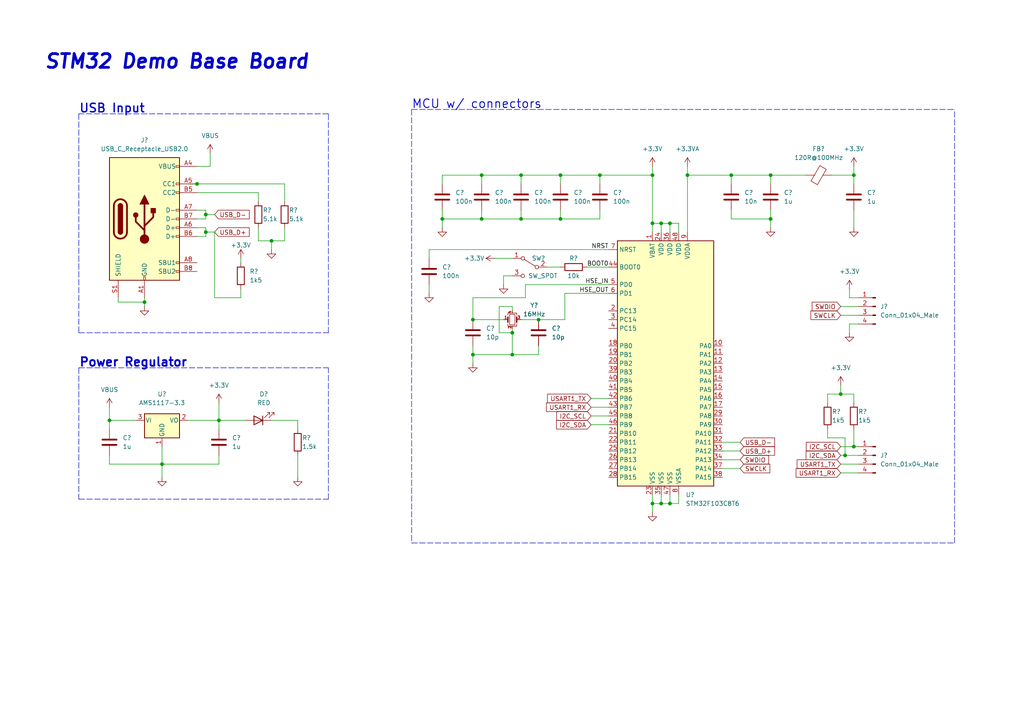
<source format=kicad_sch>
(kicad_sch (version 20211123) (generator eeschema)
  (paper "A4")
  (title_block (title "STM32 Demo Base Board") (date "2023-01-03") (rev "0.1"))
  (lib_symbols
    (symbol "Connector:Conn_01x04_Male" (pin_names (offset 1.016) hide)
      (property "Reference" "J" (at 0 5.08 0))
      (property "Value" "Conn_01x04_Male" (at 0 -7.62 0))
      (symbol "Conn_01x04_Male_1_1"
        (polyline (pts (xy 1.27 -5.08) (xy 0.8636 -5.08)) (stroke (width 0.1524)))
        (polyline (pts (xy 1.27 -2.54) (xy 0.8636 -2.54)) (stroke (width 0.1524)))
        (polyline (pts (xy 1.27 0) (xy 0.8636 0)) (stroke (width 0.1524)))
        (polyline (pts (xy 1.27 2.54) (xy 0.8636 2.54)) (stroke (width 0.1524)))
        (rectangle (start 0.8636 -4.953) (end 0 -5.207) (stroke (width 0.1524)) (fill (type outline)))
        (rectangle (start 0.8636 -2.413) (end 0 -2.667) (stroke (width 0.1524)) (fill (type outline)))
        (rectangle (start 0.8636 0.127) (end 0 -0.127) (stroke (width 0.1524)) (fill (type outline)))
        (rectangle (start 0.8636 2.667) (end 0 2.413) (stroke (width 0.1524)) (fill (type outline)))
        (pin passive line (at 5.08 2.54 180) (length 3.81) (name "Pin_1") (number "1"))
        (pin passive line (at 5.08 0 180) (length 3.81) (name "Pin_2") (number "2"))
        (pin passive line (at 5.08 -2.54 180) (length 3.81) (name "Pin_3") (number "3"))
        (pin passive line (at 5.08 -5.08 180) (length 3.81) (name "Pin_4") (number "4"))
      )
    )
    (symbol "Connector:USB_C_Receptacle_USB2.0" (pin_names (offset 1.016))
      (property "Reference" "J" (at -10.16 19.05 0))
      (property "Value" "USB_C_Receptacle_USB2.0" (at 19.05 19.05 0))
      (symbol "USB_C_Receptacle_USB2.0_0_0"
        (rectangle (start -0.254 -17.78) (end 0.254 -16.764))
        (rectangle (start 10.16 -14.986) (end 9.144 -15.494))
        (rectangle (start 10.16 -12.446) (end 9.144 -12.954))
        (rectangle (start 10.16 -4.826) (end 9.144 -5.334))
        (rectangle (start 10.16 -2.286) (end 9.144 -2.794))
        (rectangle (start 10.16 0.254) (end 9.144 -0.254))
        (rectangle (start 10.16 2.794) (end 9.144 2.286))
        (rectangle (start 10.16 7.874) (end 9.144 7.366))
        (rectangle (start 10.16 10.414) (end 9.144 9.906))
        (rectangle (start 10.16 15.494) (end 9.144 14.986))
      )
      (symbol "USB_C_Receptacle_USB2.0_0_1"
        (rectangle (start -10.16 17.78) (end 10.16 -17.78) (stroke (width 0.254)) (fill (type background)))
        (arc (start -8.89 -3.81) (mid -6.985 -5.715) (end -5.08 -3.81) (stroke (width 0.508)))
        (arc (start -7.62 -3.81) (mid -6.985 -4.445) (end -6.35 -3.81) (stroke (width 0.254)))
        (arc (start -7.62 -3.81) (mid -6.985 -4.445) (end -6.35 -3.81) (stroke (width 0.254)) (fill (type outline)))
        (rectangle (start -7.62 -3.81) (end -6.35 3.81) (stroke (width 0.254)) (fill (type outline)))
        (arc (start -6.35 3.81) (mid -6.985 4.445) (end -7.62 3.81) (stroke (width 0.254)))
        (arc (start -6.35 3.81) (mid -6.985 4.445) (end -7.62 3.81) (stroke (width 0.254)) (fill (type outline)))
        (arc (start -5.08 3.81) (mid -6.985 5.715) (end -8.89 3.81) (stroke (width 0.508)))
        (circle (center -2.54 1.143) (radius 0.635) (stroke (width 0.254)) (fill (type outline)))
        (circle (center 0 -5.842) (radius 1.27) (fill (type outline)))
        (polyline (pts (xy -8.89 -3.81) (xy -8.89 3.81)) (stroke (width 0.508)))
        (polyline (pts (xy -5.08 3.81) (xy -5.08 -3.81)) (stroke (width 0.508)))
        (polyline (pts (xy 0 -5.842) (xy 0 4.318)) (stroke (width 0.508)))
        (polyline (pts (xy 0 -3.302) (xy -2.54 -0.762) (xy -2.54 0.508)) (stroke (width 0.508)))
        (polyline (pts (xy 0 -2.032) (xy 2.54 0.508) (xy 2.54 1.778)) (stroke (width 0.508)))
        (polyline (pts (xy -1.27 4.318) (xy 0 6.858) (xy 1.27 4.318) (xy -1.27 4.318)) (stroke (width 0.254)) (fill (type outline)))
        (rectangle (start 1.905 1.778) (end 3.175 3.048) (stroke (width 0.254)) (fill (type outline)))
      )
      (symbol "USB_C_Receptacle_USB2.0_1_1"
        (pin passive line (at 0 -22.86 90) (length 5.08) (name "GND") (number "A1"))
        (pin passive line (at 0 -22.86 90) (length 5.08) hide (name "GND") (number "A12"))
        (pin passive line (at 15.24 15.24 180) (length 5.08) (name "VBUS") (number "A4"))
        (pin bidirectional line (at 15.24 10.16 180) (length 5.08) (name "CC1") (number "A5"))
        (pin bidirectional line (at 15.24 -2.54 180) (length 5.08) (name "D+") (number "A6"))
        (pin bidirectional line (at 15.24 2.54 180) (length 5.08) (name "D-") (number "A7"))
        (pin bidirectional line (at 15.24 -12.7 180) (length 5.08) (name "SBU1") (number "A8"))
        (pin passive line (at 15.24 15.24 180) (length 5.08) hide (name "VBUS") (number "A9"))
        (pin passive line (at 0 -22.86 90) (length 5.08) hide (name "GND") (number "B1"))
        (pin passive line (at 0 -22.86 90) (length 5.08) hide (name "GND") (number "B12"))
        (pin passive line (at 15.24 15.24 180) (length 5.08) hide (name "VBUS") (number "B4"))
        (pin bidirectional line (at 15.24 7.62 180) (length 5.08) (name "CC2") (number "B5"))
        (pin bidirectional line (at 15.24 -5.08 180) (length 5.08) (name "D+") (number "B6"))
        (pin bidirectional line (at 15.24 0 180) (length 5.08) (name "D-") (number "B7"))
        (pin bidirectional line (at 15.24 -15.24 180) (length 5.08) (name "SBU2") (number "B8"))
        (pin passive line (at 15.24 15.24 180) (length 5.08) hide (name "VBUS") (number "B9"))
        (pin passive line (at -7.62 -22.86 90) (length 5.08) (name "SHIELD") (number "S1"))
      )
    )
    (symbol "Device:C" (pin_numbers hide) (pin_names (offset 0.254))
      (property "Reference" "C" (at 0.635 2.54 0))
      (property "Value" "C" (at 0.635 -2.54 0))
      (symbol "C_0_1"
        (polyline (pts (xy -2.032 -0.762) (xy 2.032 -0.762)) (stroke (width 0.508)))
        (polyline (pts (xy -2.032 0.762) (xy 2.032 0.762)) (stroke (width 0.508)))
      )
      (symbol "C_1_1"
        (pin passive line (at 0 3.81 270) (length 2.794) (name "~") (number "1"))
        (pin passive line (at 0 -3.81 90) (length 2.794) (name "~") (number "2"))
      )
    )
    (symbol "Device:Crystal_GND24_Small" (pin_names (offset 1.016) hide)
      (property "Reference" "Y" (at 1.27 4.445 0))
      (property "Value" "Crystal_GND24_Small" (at 1.27 2.54 0))
      (symbol "Crystal_GND24_Small_0_1"
        (rectangle (start -0.762 -1.524) (end 0.762 1.524))
        (polyline (pts (xy -1.27 -0.762) (xy -1.27 0.762)) (stroke (width 0.381)))
        (polyline (pts (xy 1.27 -0.762) (xy 1.27 0.762)) (stroke (width 0.381)))
        (polyline (pts (xy -1.27 -1.27) (xy -1.27 -1.905) (xy 1.27 -1.905) (xy 1.27 -1.27)))
        (polyline (pts (xy -1.27 1.27) (xy -1.27 1.905) (xy 1.27 1.905) (xy 1.27 1.27)))
      )
      (symbol "Crystal_GND24_Small_1_1"
        (pin passive line (at -2.54 0 0) (length 1.27) (name "1") (number "1"))
        (pin passive line (at 0 -2.54 90) (length 0.635) (name "2") (number "2"))
        (pin passive line (at 2.54 0 180) (length 1.27) (name "3") (number "3"))
        (pin passive line (at 0 2.54 270) (length 0.635) (name "4") (number "4"))
      )
    )
    (symbol "Device:FerriteBead" (pin_numbers hide) (pin_names (offset 0))
      (property "Reference" "FB" (at -3.81 0.635 90))
      (property "Value" "FerriteBead" (at 3.81 0 90))
      (symbol "FerriteBead_0_1"
        (polyline (pts (xy 0 -1.27) (xy 0 -1.2192)))
        (polyline (pts (xy 0 1.27) (xy 0 1.2954)))
        (polyline (pts (xy -2.7686 0.4064) (xy -1.7018 2.2606) (xy 2.7686 -0.3048) (xy 1.6764 -2.159) (xy -2.7686 0.4064)))
      )
      (symbol "FerriteBead_1_1"
        (pin passive line (at 0 3.81 270) (length 2.54) (name "~") (number "1"))
        (pin passive line (at 0 -3.81 90) (length 2.54) (name "~") (number "2"))
      )
    )
    (symbol "Device:LED" (pin_numbers hide) (pin_names (offset 1.016) hide)
      (property "Reference" "D" (at 0 2.54 0))
      (property "Value" "LED" (at 0 -2.54 0))
      (symbol "LED_0_1"
        (polyline (pts (xy -1.27 -1.27) (xy -1.27 1.27)) (stroke (width 0.254)))
        (polyline (pts (xy -1.27 0) (xy 1.27 0)))
        (polyline (pts (xy 1.27 -1.27) (xy 1.27 1.27) (xy -1.27 0) (xy 1.27 -1.27)) (stroke (width 0.254)))
        (polyline (pts (xy -3.048 -0.762) (xy -4.572 -2.286) (xy -3.81 -2.286) (xy -4.572 -2.286) (xy -4.572 -1.524)))
        (polyline (pts (xy -1.778 -0.762) (xy -3.302 -2.286) (xy -2.54 -2.286) (xy -3.302 -2.286) (xy -3.302 -1.524)))
      )
      (symbol "LED_1_1"
        (pin passive line (at -3.81 0 0) (length 2.54) (name "K") (number "1"))
        (pin passive line (at 3.81 0 180) (length 2.54) (name "A") (number "2"))
      )
    )
    (symbol "Device:R" (pin_numbers hide) (pin_names (offset 0))
      (property "Reference" "R" (at 2.032 0 90))
      (property "Value" "R" (at 0 0 90))
      (symbol "R_0_1"
        (rectangle (start -1.016 -2.54) (end 1.016 2.54) (stroke (width 0.254)))
      )
      (symbol "R_1_1"
        (pin passive line (at 0 3.81 270) (length 1.27) (name "~") (number "1"))
        (pin passive line (at 0 -3.81 90) (length 1.27) (name "~") (number "2"))
      )
    )
    (symbol "MCU_ST_STM32F1:STM32F103C8Tx"
      (property "Reference" "U" (at -15.24 36.83 0))
      (property "Value" "STM32F103C8Tx" (at 7.62 36.83 0))
      (symbol "STM32F103C8Tx_0_1"
        (rectangle (start -15.24 -35.56) (end 12.7 35.56) (stroke (width 0.254)) (fill (type background)))
      )
      (symbol "STM32F103C8Tx_1_1"
        (pin power_in line (at -5.08 38.1 270) (length 2.54) (name "VBAT") (number "1"))
        (pin bidirectional line (at 15.24 5.08 180) (length 2.54) (name "PA0") (number "10"))
        (pin bidirectional line (at 15.24 2.54 180) (length 2.54) (name "PA1") (number "11"))
        (pin bidirectional line (at 15.24 0 180) (length 2.54) (name "PA2") (number "12"))
        (pin bidirectional line (at 15.24 -2.54 180) (length 2.54) (name "PA3") (number "13"))
        (pin bidirectional line (at 15.24 -5.08 180) (length 2.54) (name "PA4") (number "14"))
        (pin bidirectional line (at 15.24 -7.62 180) (length 2.54) (name "PA5") (number "15"))
        (pin bidirectional line (at 15.24 -10.16 180) (length 2.54) (name "PA6") (number "16"))
        (pin bidirectional line (at 15.24 -12.7 180) (length 2.54) (name "PA7") (number "17"))
        (pin bidirectional line (at -17.78 5.08 0) (length 2.54) (name "PB0") (number "18"))
        (pin bidirectional line (at -17.78 2.54 0) (length 2.54) (name "PB1") (number "19"))
        (pin bidirectional line (at -17.78 15.24 0) (length 2.54) (name "PC13") (number "2"))
        (pin bidirectional line (at -17.78 0 0) (length 2.54) (name "PB2") (number "20"))
        (pin bidirectional line (at -17.78 -20.32 0) (length 2.54) (name "PB10") (number "21"))
        (pin bidirectional line (at -17.78 -22.86 0) (length 2.54) (name "PB11") (number "22"))
        (pin power_in line (at -5.08 -38.1 90) (length 2.54) (name "VSS") (number "23"))
        (pin power_in line (at -2.54 38.1 270) (length 2.54) (name "VDD") (number "24"))
        (pin bidirectional line (at -17.78 -25.4 0) (length 2.54) (name "PB12") (number "25"))
        (pin bidirectional line (at -17.78 -27.94 0) (length 2.54) (name "PB13") (number "26"))
        (pin bidirectional line (at -17.78 -30.48 0) (length 2.54) (name "PB14") (number "27"))
        (pin bidirectional line (at -17.78 -33.02 0) (length 2.54) (name "PB15") (number "28"))
        (pin bidirectional line (at 15.24 -15.24 180) (length 2.54) (name "PA8") (number "29"))
        (pin bidirectional line (at -17.78 12.7 0) (length 2.54) (name "PC14") (number "3"))
        (pin bidirectional line (at 15.24 -17.78 180) (length 2.54) (name "PA9") (number "30"))
        (pin bidirectional line (at 15.24 -20.32 180) (length 2.54) (name "PA10") (number "31"))
        (pin bidirectional line (at 15.24 -22.86 180) (length 2.54) (name "PA11") (number "32"))
        (pin bidirectional line (at 15.24 -25.4 180) (length 2.54) (name "PA12") (number "33"))
        (pin bidirectional line (at 15.24 -27.94 180) (length 2.54) (name "PA13") (number "34"))
        (pin power_in line (at -2.54 -38.1 90) (length 2.54) (name "VSS") (number "35"))
        (pin power_in line (at 0 38.1 270) (length 2.54) (name "VDD") (number "36"))
        (pin bidirectional line (at 15.24 -30.48 180) (length 2.54) (name "PA14") (number "37"))
        (pin bidirectional line (at 15.24 -33.02 180) (length 2.54) (name "PA15") (number "38"))
        (pin bidirectional line (at -17.78 -2.54 0) (length 2.54) (name "PB3") (number "39"))
        (pin bidirectional line (at -17.78 10.16 0) (length 2.54) (name "PC15") (number "4"))
        (pin bidirectional line (at -17.78 -5.08 0) (length 2.54) (name "PB4") (number "40"))
        (pin bidirectional line (at -17.78 -7.62 0) (length 2.54) (name "PB5") (number "41"))
        (pin bidirectional line (at -17.78 -10.16 0) (length 2.54) (name "PB6") (number "42"))
        (pin bidirectional line (at -17.78 -12.7 0) (length 2.54) (name "PB7") (number "43"))
        (pin input line (at -17.78 27.94 0) (length 2.54) (name "BOOT0") (number "44"))
        (pin bidirectional line (at -17.78 -15.24 0) (length 2.54) (name "PB8") (number "45"))
        (pin bidirectional line (at -17.78 -17.78 0) (length 2.54) (name "PB9") (number "46"))
        (pin power_in line (at 0 -38.1 90) (length 2.54) (name "VSS") (number "47"))
        (pin power_in line (at 2.54 38.1 270) (length 2.54) (name "VDD") (number "48"))
        (pin input line (at -17.78 22.86 0) (length 2.54) (name "PD0") (number "5"))
        (pin input line (at -17.78 20.32 0) (length 2.54) (name "PD1") (number "6"))
        (pin input line (at -17.78 33.02 0) (length 2.54) (name "NRST") (number "7"))
        (pin power_in line (at 2.54 -38.1 90) (length 2.54) (name "VSSA") (number "8"))
        (pin power_in line (at 5.08 38.1 270) (length 2.54) (name "VDDA") (number "9"))
      )
    )
    (symbol "Regulator_Linear:AMS1117-3.3" (pin_names (offset 0.254))
      (property "Reference" "U" (at -3.81 3.175 0))
      (property "Value" "AMS1117-3.3" (at 0 3.175 0))
      (symbol "AMS1117-3.3_0_1"
        (rectangle (start -5.08 -5.08) (end 5.08 1.905) (stroke (width 0.254)) (fill (type background)))
      )
      (symbol "AMS1117-3.3_1_1"
        (pin power_in line (at 0 -7.62 90) (length 2.54) (name "GND") (number "1"))
        (pin power_out line (at 7.62 0 180) (length 2.54) (name "VO") (number "2"))
        (pin power_in line (at -7.62 0 0) (length 2.54) (name "VI") (number "3"))
      )
    )
    (symbol "Switch:SW_SPDT" (pin_names (offset 0) hide)
      (property "Reference" "SW" (at 0 4.318 0))
      (property "Value" "SW_SPDT" (at 0 -5.08 0))
      (symbol "SW_SPDT_0_0"
        (circle (center -2.032 0) (radius 0.508))
        (circle (center 2.032 -2.54) (radius 0.508))
      )
      (symbol "SW_SPDT_0_1"
        (polyline (pts (xy -1.524 0.254) (xy 1.651 2.286)))
        (circle (center 2.032 2.54) (radius 0.508))
      )
      (symbol "SW_SPDT_1_1"
        (pin passive line (at 5.08 2.54 180) (length 2.54) (name "A") (number "1"))
        (pin passive line (at -5.08 0 0) (length 2.54) (name "B") (number "2"))
        (pin passive line (at 5.08 -2.54 180) (length 2.54) (name "C") (number "3"))
      )
    )
    (symbol "power:+3.3V" (power) (pin_names (offset 0))
      (property "Value" "+3.3V" (at 0 3.556 0))
      (symbol "+3.3V_0_1"
        (polyline (pts (xy -0.762 1.27) (xy 0 2.54)))
        (polyline (pts (xy 0 0) (xy 0 2.54)))
        (polyline (pts (xy 0 2.54) (xy 0.762 1.27)))
      )
      (symbol "+3.3V_1_1"
        (pin power_in line (at 0 0 90) (length 0) hide (name "+3.3V") (number "1"))
      )
    )
    (symbol "power:+3.3VA" (power) (pin_names (offset 0))
      (property "Value" "+3.3VA" (at 0 3.556 0))
      (symbol "+3.3VA_0_1"
        (polyline (pts (xy -0.762 1.27) (xy 0 2.54)))
        (polyline (pts (xy 0 0) (xy 0 2.54)))
        (polyline (pts (xy 0 2.54) (xy 0.762 1.27)))
      )
      (symbol "+3.3VA_1_1"
        (pin power_in line (at 0 0 90) (length 0) hide (name "+3.3VA") (number "1"))
      )
    )
    (symbol "power:GND" (power) (pin_names (offset 0))
      (property "Value" "GND" (at 0 -3.81 0))
      (symbol "GND_0_1"
        (polyline (pts (xy 0 0) (xy 0 -1.27) (xy 1.27 -1.27) (xy 0 -2.54) (xy -1.27 -1.27) (xy 0 -1.27)))
      )
      (symbol "GND_1_1"
        (pin power_in line (at 0 0 270) (length 0) hide (name "GND") (number "1"))
      )
    )
    (symbol "power:VBUS" (power) (pin_names (offset 0))
      (property "Value" "VBUS" (at 0 3.81 0))
      (symbol "VBUS_0_1"
        (polyline (pts (xy -0.762 1.27) (xy 0 2.54)))
        (polyline (pts (xy 0 0) (xy 0 2.54)))
        (polyline (pts (xy 0 2.54) (xy 0.762 1.27)))
      )
      (symbol "VBUS_1_1"
        (pin power_in line (at 0 0 90) (length 0) hide (name "VBUS") (number "1"))
      )
    )
  )
  (junction (at 137.16 102.87))
  (junction (at 137.16 92.71))
  (junction (at 189.23 50.8))
  (junction (at 194.31 146.05))
  (junction (at 189.23 146.05))
  (junction (at 156.21 92.71))
  (junction (at 151.13 50.8))
  (junction (at 148.59 102.87))
  (junction (at 139.7 50.8))
  (junction (at 162.56 50.8))
  (junction (at 245.11 132.08))
  (junction (at 128.27 63.5))
  (junction (at 189.23 64.77))
  (junction (at 41.91 87.63))
  (junction (at 148.59 96.52))
  (junction (at 139.7 63.5))
  (junction (at 59.69 62.23))
  (junction (at 223.52 63.5))
  (junction (at 191.77 64.77))
  (junction (at 46.99 134.62))
  (junction (at 247.65 129.54))
  (junction (at 59.69 67.31))
  (junction (at 63.5 121.92))
  (junction (at 31.75 121.92))
  (junction (at 162.56 63.5))
  (junction (at 194.31 64.77))
  (junction (at 173.99 50.8))
  (junction (at 223.52 50.8))
  (junction (at 57.15 53.34))
  (junction (at 247.65 50.8))
  (junction (at 243.84 114.3))
  (junction (at 212.09 50.8))
  (junction (at 191.77 146.05))
  (junction (at 199.39 50.8))
  (junction (at 151.13 63.5))
  (junction (at 78.74 69.85))
  (wire (pts (xy 144.78 96.52) (xy 148.59 96.52)))
  (wire (pts (xy 151.13 50.8) (xy 151.13 53.34)))
  (wire (pts (xy 74.93 58.42) (xy 74.93 55.88)))
  (wire (pts (xy 74.93 55.88) (xy 57.15 55.88)))
  (wire (pts (xy 194.31 64.77) (xy 196.85 64.77)))
  (wire (pts (xy 247.65 114.3) (xy 247.65 116.84)))
  (wire (pts (xy 57.15 63.5) (xy 59.69 63.5)))
  (wire (pts (xy 146.05 80.01) (xy 146.05 82.55)))
  (wire (pts (xy 124.46 82.55) (xy 124.46 85.09)))
  (polyline (pts (xy 95.25 33.02) (xy 22.86 33.02)))
  (wire (pts (xy 223.52 63.5) (xy 212.09 63.5)))
  (wire (pts (xy 151.13 63.5) (xy 151.13 60.96)))
  (wire (pts (xy 245.11 127) (xy 240.03 127)))
  (wire (pts (xy 63.5 132.08) (xy 63.5 134.62)))
  (wire (pts (xy 173.99 50.8) (xy 189.23 50.8)))
  (wire (pts (xy 196.85 64.77) (xy 196.85 67.31)))
  (polyline (pts (xy 22.86 106.68) (xy 95.25 106.68)))
  (wire (pts (xy 128.27 53.34) (xy 128.27 50.8)))
  (polyline (pts (xy 22.86 106.68) (xy 22.86 144.78)))
  (wire (pts (xy 247.65 60.96) (xy 247.65 66.04)))
  (wire (pts (xy 31.75 121.92) (xy 31.75 124.46)))
  (wire (pts (xy 74.93 69.85) (xy 78.74 69.85)))
  (wire (pts (xy 151.13 50.8) (xy 162.56 50.8)))
  (wire (pts (xy 137.16 100.33) (xy 137.16 102.87)))
  (wire (pts (xy 189.23 146.05) (xy 191.77 146.05)))
  (wire (pts (xy 214.63 130.81) (xy 209.55 130.81)))
  (wire (pts (xy 78.74 69.85) (xy 82.55 69.85)))
  (wire (pts (xy 171.45 115.57) (xy 176.53 115.57)))
  (wire (pts (xy 189.23 64.77) (xy 191.77 64.77)))
  (wire (pts (xy 62.23 86.36) (xy 62.23 67.31)))
  (wire (pts (xy 86.36 121.92) (xy 78.74 121.92)))
  (wire (pts (xy 158.75 77.47) (xy 162.56 77.47)))
  (wire (pts (xy 128.27 63.5) (xy 128.27 66.04)))
  (wire (pts (xy 156.21 92.71) (xy 163.83 92.71)))
  (wire (pts (xy 78.74 69.85) (xy 78.74 72.39)))
  (wire (pts (xy 46.99 134.62) (xy 46.99 138.43)))
  (wire (pts (xy 196.85 146.05) (xy 194.31 146.05)))
  (wire (pts (xy 34.29 87.63) (xy 34.29 86.36)))
  (wire (pts (xy 128.27 60.96) (xy 128.27 63.5)))
  (wire (pts (xy 63.5 121.92) (xy 71.12 121.92)))
  (wire (pts (xy 57.15 66.04) (xy 59.69 66.04)))
  (wire (pts (xy 199.39 50.8) (xy 212.09 50.8)))
  (wire (pts (xy 240.03 114.3) (xy 243.84 114.3)))
  (wire (pts (xy 214.63 128.27) (xy 209.55 128.27)))
  (wire (pts (xy 223.52 50.8) (xy 233.68 50.8)))
  (wire (pts (xy 191.77 64.77) (xy 191.77 67.31)))
  (wire (pts (xy 245.11 127) (xy 245.11 132.08)))
  (wire (pts (xy 74.93 66.04) (xy 74.93 69.85)))
  (wire (pts (xy 124.46 74.93) (xy 124.46 72.39)))
  (wire (pts (xy 59.69 66.04) (xy 59.69 67.31)))
  (wire (pts (xy 148.59 96.52) (xy 148.59 95.25)))
  (wire (pts (xy 212.09 50.8) (xy 212.09 53.34)))
  (polyline (pts (xy 95.25 96.52) (xy 95.25 33.02)))
  (wire (pts (xy 59.69 60.96) (xy 59.69 62.23)))
  (wire (pts (xy 54.61 53.34) (xy 57.15 53.34)))
  (wire (pts (xy 139.7 53.34) (xy 139.7 50.8)))
  (wire (pts (xy 243.84 91.44) (xy 248.92 91.44)))
  (wire (pts (xy 59.69 67.31) (xy 59.69 68.58)))
  (wire (pts (xy 163.83 92.71) (xy 163.83 85.09)))
  (wire (pts (xy 223.52 50.8) (xy 212.09 50.8)))
  (polyline (pts (xy 119.38 31.75) (xy 119.38 157.48)))
  (wire (pts (xy 128.27 50.8) (xy 139.7 50.8)))
  (wire (pts (xy 31.75 118.11) (xy 31.75 121.92)))
  (wire (pts (xy 194.31 146.05) (xy 194.31 143.51)))
  (wire (pts (xy 245.11 132.08) (xy 248.92 132.08)))
  (wire (pts (xy 189.23 146.05) (xy 189.23 148.59)))
  (wire (pts (xy 196.85 143.51) (xy 196.85 146.05)))
  (polyline (pts (xy 22.86 96.52) (xy 95.25 96.52)))
  (wire (pts (xy 139.7 63.5) (xy 139.7 60.96)))
  (wire (pts (xy 243.84 111.76) (xy 243.84 114.3)))
  (polyline (pts (xy 119.38 31.75) (xy 276.86 31.75)))
  (wire (pts (xy 199.39 50.8) (xy 199.39 67.31)))
  (polyline (pts (xy 22.86 144.78) (xy 95.25 144.78)))
  (wire (pts (xy 63.5 121.92) (xy 54.61 121.92)))
  (wire (pts (xy 60.96 48.26) (xy 60.96 44.45)))
  (wire (pts (xy 212.09 63.5) (xy 212.09 60.96)))
  (wire (pts (xy 148.59 102.87) (xy 156.21 102.87)))
  (wire (pts (xy 243.84 129.54) (xy 247.65 129.54)))
  (wire (pts (xy 223.52 53.34) (xy 223.52 50.8)))
  (wire (pts (xy 146.05 80.01) (xy 148.59 80.01)))
  (wire (pts (xy 156.21 102.87) (xy 156.21 100.33)))
  (wire (pts (xy 194.31 64.77) (xy 194.31 67.31)))
  (wire (pts (xy 59.69 62.23) (xy 59.69 63.5)))
  (wire (pts (xy 152.4 82.55) (xy 152.4 86.36)))
  (wire (pts (xy 199.39 48.26) (xy 199.39 50.8)))
  (wire (pts (xy 148.59 88.9) (xy 144.78 88.9)))
  (wire (pts (xy 63.5 134.62) (xy 46.99 134.62)))
  (wire (pts (xy 191.77 64.77) (xy 194.31 64.77)))
  (wire (pts (xy 144.78 88.9) (xy 144.78 96.52)))
  (wire (pts (xy 57.15 48.26) (xy 60.96 48.26)))
  (wire (pts (xy 137.16 92.71) (xy 146.05 92.71)))
  (wire (pts (xy 189.23 143.51) (xy 189.23 146.05)))
  (wire (pts (xy 246.38 83.82) (xy 246.38 86.36)))
  (wire (pts (xy 247.65 124.46) (xy 247.65 129.54)))
  (wire (pts (xy 86.36 124.46) (xy 86.36 121.92)))
  (wire (pts (xy 86.36 132.08) (xy 86.36 138.43)))
  (wire (pts (xy 209.55 133.35) (xy 214.63 133.35)))
  (wire (pts (xy 223.52 60.96) (xy 223.52 63.5)))
  (wire (pts (xy 223.52 63.5) (xy 223.52 66.04)))
  (wire (pts (xy 128.27 63.5) (xy 139.7 63.5)))
  (wire (pts (xy 243.84 134.62) (xy 248.92 134.62)))
  (wire (pts (xy 31.75 134.62) (xy 46.99 134.62)))
  (wire (pts (xy 241.3 50.8) (xy 247.65 50.8)))
  (wire (pts (xy 173.99 53.34) (xy 173.99 50.8)))
  (wire (pts (xy 137.16 102.87) (xy 137.16 105.41)))
  (wire (pts (xy 240.03 116.84) (xy 240.03 114.3)))
  (wire (pts (xy 171.45 123.19) (xy 176.53 123.19)))
  (wire (pts (xy 247.65 48.26) (xy 247.65 50.8)))
  (wire (pts (xy 59.69 60.96) (xy 57.15 60.96)))
  (wire (pts (xy 137.16 86.36) (xy 137.16 92.71)))
  (wire (pts (xy 191.77 146.05) (xy 194.31 146.05)))
  (wire (pts (xy 247.65 50.8) (xy 247.65 53.34)))
  (polyline (pts (xy 22.86 33.02) (xy 22.86 96.52)))
  (wire (pts (xy 173.99 63.5) (xy 173.99 60.96)))
  (wire (pts (xy 243.84 132.08) (xy 245.11 132.08)))
  (wire (pts (xy 189.23 64.77) (xy 189.23 67.31)))
  (wire (pts (xy 171.45 118.11) (xy 176.53 118.11)))
  (wire (pts (xy 46.99 129.54) (xy 46.99 134.62)))
  (wire (pts (xy 170.18 77.47) (xy 176.53 77.47)))
  (wire (pts (xy 62.23 86.36) (xy 69.85 86.36)))
  (wire (pts (xy 246.38 86.36) (xy 248.92 86.36)))
  (wire (pts (xy 171.45 120.65) (xy 176.53 120.65)))
  (wire (pts (xy 152.4 86.36) (xy 137.16 86.36)))
  (wire (pts (xy 82.55 58.42) (xy 82.55 53.34)))
  (wire (pts (xy 143.51 74.93) (xy 148.59 74.93)))
  (wire (pts (xy 243.84 137.16) (xy 248.92 137.16)))
  (wire (pts (xy 163.83 85.09) (xy 176.53 85.09)))
  (wire (pts (xy 41.91 87.63) (xy 41.91 88.9)))
  (wire (pts (xy 151.13 92.71) (xy 156.21 92.71)))
  (wire (pts (xy 124.46 72.39) (xy 176.53 72.39)))
  (wire (pts (xy 189.23 50.8) (xy 189.23 48.26)))
  (wire (pts (xy 148.59 90.17) (xy 148.59 88.9)))
  (wire (pts (xy 240.03 127) (xy 240.03 124.46)))
  (wire (pts (xy 151.13 63.5) (xy 162.56 63.5)))
  (wire (pts (xy 139.7 50.8) (xy 151.13 50.8)))
  (wire (pts (xy 41.91 87.63) (xy 34.29 87.63)))
  (wire (pts (xy 162.56 63.5) (xy 162.56 60.96)))
  (wire (pts (xy 31.75 121.92) (xy 39.37 121.92)))
  (wire (pts (xy 69.85 86.36) (xy 69.85 83.82)))
  (wire (pts (xy 59.69 68.58) (xy 57.15 68.58)))
  (wire (pts (xy 162.56 50.8) (xy 173.99 50.8)))
  (polyline (pts (xy 119.38 157.48) (xy 276.86 157.48)))
  (wire (pts (xy 189.23 50.8) (xy 189.23 64.77)))
  (wire (pts (xy 246.38 93.98) (xy 248.92 93.98)))
  (wire (pts (xy 243.84 88.9) (xy 248.92 88.9)))
  (wire (pts (xy 82.55 53.34) (xy 57.15 53.34)))
  (wire (pts (xy 59.69 62.23) (xy 62.23 62.23)))
  (wire (pts (xy 148.59 96.52) (xy 148.59 102.87)))
  (wire (pts (xy 176.53 82.55) (xy 152.4 82.55)))
  (wire (pts (xy 69.85 74.93) (xy 69.85 76.2)))
  (wire (pts (xy 63.5 121.92) (xy 63.5 124.46)))
  (wire (pts (xy 162.56 63.5) (xy 173.99 63.5)))
  (wire (pts (xy 162.56 50.8) (xy 162.56 53.34)))
  (wire (pts (xy 191.77 146.05) (xy 191.77 143.51)))
  (wire (pts (xy 139.7 63.5) (xy 151.13 63.5)))
  (wire (pts (xy 31.75 132.08) (xy 31.75 134.62)))
  (wire (pts (xy 246.38 96.52) (xy 246.38 93.98)))
  (wire (pts (xy 247.65 129.54) (xy 248.92 129.54)))
  (wire (pts (xy 63.5 116.84) (xy 63.5 121.92)))
  (wire (pts (xy 209.55 135.89) (xy 214.63 135.89)))
  (wire (pts (xy 41.91 86.36) (xy 41.91 87.63)))
  (wire (pts (xy 59.69 67.31) (xy 62.23 67.31)))
  (polyline (pts (xy 276.86 157.48) (xy 276.86 31.75)))
  (wire (pts (xy 82.55 69.85) (xy 82.55 66.04)))
  (wire (pts (xy 137.16 102.87) (xy 148.59 102.87)))
  (polyline (pts (xy 95.25 144.78) (xy 95.25 106.68)))
  (wire (pts (xy 243.84 114.3) (xy 247.65 114.3)))
  (text "MCU w/ connectors" (at 119.38 31.75 0) (effects (font (size 2.5 2.5) (thickness 0.254) bold) (justify left bottom)))
  (text "STM32 Demo Base Board" (at 12.7 20.32 0) (effects (font (size 4 4) (thickness 0.8) bold italic) (justify left bottom)))
  (text "Power Regulator" (at 22.86 106.68 0) (effects (font (size 2.5 2.5) (thickness 0.5) bold) (justify left bottom)))
  (text "USB Input" (at 22.86 33.02 0) (effects (font (size 2.5 2.5) (thickness 0.4) bold) (justify left bottom)))
  (label "NRST" (at 176.53 72.39 180))
  (label "HSE_IN" (at 176.53 82.55 180))
  (label "BOOT0" (at 176.53 77.47 180))
  (label "HSE_OUT" (at 176.53 85.09 180))
  (global_label "USB_D-" (shape input) (at 214.63 128.27 0) (property "Intersheet References" "${INTERSHEET_REFS}" (effects hide)))
  (global_label "I2C_SCL" (shape input) (at 171.45 120.65 180) (property "Intersheet References" "${INTERSHEET_REFS}" (effects hide)))
  (global_label "SWDIO" (shape input) (at 214.63 133.35 0) (property "Intersheet References" "${INTERSHEET_REFS}" (effects hide)))
  (global_label "I2C_SDA" (shape input) (at 243.84 132.08 180) (property "Intersheet References" "${INTERSHEET_REFS}" (effects hide)))
  (global_label "USB_D+" (shape input) (at 62.23 67.31 0) (property "Intersheet References" "${INTERSHEET_REFS}" (effects hide)))
  (global_label "USB_D-" (shape input) (at 62.23 62.23 0) (property "Intersheet References" "${INTERSHEET_REFS}" (effects hide)))
  (global_label "SWDIO" (shape input) (at 243.84 88.9 180) (property "Intersheet References" "${INTERSHEET_REFS}" (effects hide)))
  (global_label "USB_D+" (shape input) (at 214.63 130.81 0) (property "Intersheet References" "${INTERSHEET_REFS}" (effects hide)))
  (global_label "SWCLK" (shape input) (at 243.84 91.44 180) (property "Intersheet References" "${INTERSHEET_REFS}" (effects hide)))
  (global_label "I2C_SCL" (shape input) (at 243.84 129.54 180) (property "Intersheet References" "${INTERSHEET_REFS}" (effects hide)))
  (global_label "USART1_TX" (shape input) (at 243.84 134.62 180) (property "Intersheet References" "${INTERSHEET_REFS}" (effects hide)))
  (global_label "I2C_SDA" (shape input) (at 171.45 123.19 180) (property "Intersheet References" "${INTERSHEET_REFS}" (effects hide)))
  (global_label "USART1_RX" (shape input) (at 243.84 137.16 180) (property "Intersheet References" "${INTERSHEET_REFS}" (effects hide)))
  (global_label "USART1_RX" (shape input) (at 171.45 118.11 180) (property "Intersheet References" "${INTERSHEET_REFS}" (effects hide)))
  (global_label "USART1_TX" (shape input) (at 171.45 115.57 180) (property "Intersheet References" "${INTERSHEET_REFS}" (effects hide)))
  (global_label "SWCLK" (shape input) (at 214.63 135.89 0) (property "Intersheet References" "${INTERSHEET_REFS}" (effects hide)))
  (symbol (lib_id "Switch:SW_SPDT") (at 153.67 77.47 0) (mirror y) (unit 1)
    (property "Reference" "SW?" (at 156.21 74.93 0))
    (property "Value" "SW_SPDT" (at 157.48 80.01 0))
  )
  (symbol (lib_id "Device:C") (at 223.52 57.15 0) (unit 1)
    (property "Reference" "C?" (at 227.33 55.8799 0) (effects (justify left)))
    (property "Value" "1u" (at 227.33 58.4199 0) (effects (justify left)))
  )
  (symbol (lib_id "power:GND") (at 246.38 96.52 0) (unit 1)
    (property "Reference" "#PWR?" (effects hide))
    (property "Value" "GND" (effects hide))
  )
  (symbol (lib_id "power:GND") (at 189.23 148.59 0) (unit 1)
    (property "Reference" "#PWR?" (effects hide))
    (property "Value" "GND" (effects hide))
  )
  (symbol (lib_id "power:GND") (at 41.91 88.9 0) (unit 1)
    (property "Reference" "#PWR?" (effects hide))
    (property "Value" "GND" (effects hide))
  )
  (symbol (lib_id "Device:C") (at 128.27 57.15 0) (unit 1)
    (property "Reference" "C?" (at 132.08 55.8799 0) (effects (justify left)))
    (property "Value" "100n" (at 132.08 58.4199 0) (effects (justify left)))
  )
  (symbol (lib_id "Device:C") (at 162.56 57.15 0) (unit 1)
    (property "Reference" "C?" (at 166.37 55.8799 0) (effects (justify left)))
    (property "Value" "100n" (at 166.37 58.4199 0) (effects (justify left)))
  )
  (symbol (lib_id "power:GND") (at 223.52 66.04 0) (unit 1)
    (property "Reference" "#PWR?" (effects hide))
    (property "Value" "GND" (effects hide))
  )
  (symbol (lib_id "Device:R") (at 82.55 62.23 0) (unit 1)
    (property "Reference" "R?" (at 83.82 60.96 0) (effects (justify left)))
    (property "Value" "5.1k" (at 83.82 63.5 0) (effects (justify left)))
  )
  (symbol (lib_id "power:+3.3VA") (at 199.39 48.26 0) (unit 1)
    (property "Reference" "#PWR?" (effects hide))
    (property "Value" "+3.3VA" (at 199.39 43.18 0))
  )
  (symbol (lib_id "Device:C") (at 124.46 78.74 0) (unit 1)
    (property "Reference" "C?" (at 128.27 77.4699 0) (effects (justify left)))
    (property "Value" "100n" (at 128.27 80.0099 0) (effects (justify left)))
  )
  (symbol (lib_id "Device:R") (at 69.85 80.01 0) (unit 1)
    (property "Reference" "R?" (at 72.39 78.7399 0) (effects (justify left)))
    (property "Value" "1k5" (at 72.39 81.2799 0) (effects (justify left)))
  )
  (symbol (lib_id "Device:C") (at 173.99 57.15 0) (unit 1)
    (property "Reference" "C?" (at 177.8 55.8799 0) (effects (justify left)))
    (property "Value" "100n" (at 177.8 58.4199 0) (effects (justify left)))
  )
  (symbol (lib_id "Device:R") (at 166.37 77.47 90) (unit 1)
    (property "Reference" "R?" (at 166.37 74.93 90))
    (property "Value" "10k" (at 166.37 80.01 90))
  )
  (symbol (lib_id "Device:C") (at 31.75 128.27 0) (unit 1)
    (property "Reference" "C?" (at 35.56 126.9999 0) (effects (justify left)))
    (property "Value" "1u" (at 35.56 129.5399 0) (effects (justify left)))
  )
  (symbol (lib_id "power:+3.3V") (at 69.85 74.93 0) (unit 1)
    (property "Reference" "#PWR?" (effects hide))
    (property "Value" "+3.3V" (at 69.85 71.12 0))
  )
  (symbol (lib_id "power:+3.3V") (at 246.38 83.82 0) (unit 1)
    (property "Reference" "#PWR?" (effects hide))
    (property "Value" "+3.3V" (at 246.38 78.74 0))
  )
  (symbol (lib_id "Device:R") (at 240.03 120.65 0) (unit 1)
    (property "Reference" "R?" (at 241.3 119.38 0) (effects (justify left)))
    (property "Value" "1k5" (at 241.3 121.92 0) (effects (justify left)))
  )
  (symbol (lib_id "power:GND") (at 124.46 85.09 0) (unit 1)
    (property "Reference" "#PWR?" (effects hide))
    (property "Value" "GND" (effects hide))
  )
  (symbol (lib_id "Device:C") (at 212.09 57.15 0) (unit 1)
    (property "Reference" "C?" (at 215.9 55.8799 0) (effects (justify left)))
    (property "Value" "10n" (at 215.9 58.4199 0) (effects (justify left)))
  )
  (symbol (lib_id "Device:C") (at 156.21 96.52 0) (unit 1)
    (property "Reference" "C?" (at 160.02 95.2499 0) (effects (justify left)))
    (property "Value" "10p" (at 160.02 97.7899 0) (effects (justify left)))
  )
  (symbol (lib_id "Regulator_Linear:AMS1117-3.3") (at 46.99 121.92 0) (unit 1)
    (property "Reference" "U?" (at 46.99 114.3 0))
    (property "Value" "AMS1117-3.3" (at 46.99 116.84 0))
    (property "Footprint" "Package_TO_SOT_SMD:SOT-223-3_TabPin2" (effects hide))
    (property "Datasheet" "http://www.advanced-monolithic.com/pdf/ds1117.pdf" (effects hide))
  )
  (symbol (lib_id "Device:C") (at 151.13 57.15 0) (unit 1)
    (property "Reference" "C?" (at 154.94 55.8799 0) (effects (justify left)))
    (property "Value" "100n" (at 154.94 58.4199 0) (effects (justify left)))
  )
  (symbol (lib_id "power:GND") (at 86.36 138.43 0) (unit 1)
    (property "Reference" "#PWR?" (effects hide))
    (property "Value" "GND" (effects hide))
  )
  (symbol (lib_id "power:GND") (at 137.16 105.41 0) (unit 1)
    (property "Reference" "#PWR?" (effects hide))
    (property "Value" "GND" (effects hide))
  )
  (symbol (lib_id "Device:C") (at 137.16 96.52 0) (unit 1)
    (property "Reference" "C?" (at 140.97 95.2499 0) (effects (justify left)))
    (property "Value" "10p" (at 140.97 97.7899 0) (effects (justify left)))
  )
  (symbol (lib_id "Device:R") (at 247.65 120.65 0) (unit 1)
    (property "Reference" "R?" (at 248.92 119.38 0) (effects (justify left)))
    (property "Value" "1k5" (at 248.92 121.92 0) (effects (justify left)))
  )
  (symbol (lib_id "Device:C") (at 247.65 57.15 0) (unit 1)
    (property "Reference" "C?" (at 251.46 55.8799 0) (effects (justify left)))
    (property "Value" "1u" (at 251.46 58.4199 0) (effects (justify left)))
  )
  (symbol (lib_id "power:+3.3V") (at 189.23 48.26 0) (unit 1)
    (property "Reference" "#PWR?" (effects hide))
    (property "Value" "+3.3V" (at 189.23 43.18 0))
  )
  (symbol (lib_id "Device:C") (at 63.5 128.27 0) (unit 1)
    (property "Reference" "C?" (at 67.31 126.9999 0) (effects (justify left)))
    (property "Value" "1u" (at 67.31 129.5399 0) (effects (justify left)))
  )
  (symbol (lib_id "power:+3.3V") (at 63.5 116.84 0) (unit 1)
    (property "Reference" "#PWR?" (effects hide))
    (property "Value" "+3.3V" (at 63.5 111.76 0))
  )
  (symbol (lib_id "power:GND") (at 146.05 82.55 0) (unit 1)
    (property "Reference" "#PWR?" (effects hide))
    (property "Value" "GND" (effects hide))
  )
  (symbol (lib_id "Device:LED") (at 74.93 121.92 180) (unit 1)
    (property "Reference" "D?" (at 76.5175 114.3 0))
    (property "Value" "RED" (at 76.5175 116.84 0))
  )
  (symbol (lib_id "Device:C") (at 139.7 57.15 0) (unit 1)
    (property "Reference" "C?" (at 143.51 55.8799 0) (effects (justify left)))
    (property "Value" "100n" (at 143.51 58.4199 0) (effects (justify left)))
  )
  (symbol (lib_id "power:+3.3V") (at 243.84 111.76 0) (unit 1)
    (property "Reference" "#PWR?" (effects hide))
    (property "Value" "+3.3V" (at 243.84 106.68 0))
  )
  (symbol (lib_id "Connector:USB_C_Receptacle_USB2.0") (at 41.91 63.5 0) (unit 1)
    (property "Reference" "J?" (at 41.91 40.64 0))
    (property "Value" "USB_C_Receptacle_USB2.0" (at 41.91 43.18 0))
    (property "Datasheet" "https://www.usb.org/sites/default/files/documents/usb_type-c.zip" (effects hide))
  )
  (symbol (lib_id "Device:FerriteBead") (at 237.49 50.8 90) (unit 1)
    (property "Reference" "FB?" (at 237.4392 43.18 90))
    (property "Value" "120R@100MHz" (at 237.4392 45.72 90))
  )
  (symbol (lib_id "Connector:Conn_01x04_Male") (at 254 88.9 0) (mirror y) (unit 1)
    (property "Reference" "J?" (at 255.27 88.8999 0) (effects (justify right)))
    (property "Value" "Conn_01x04_Male" (at 255.27 91.4399 0) (effects (justify right)))
  )
  (symbol (lib_id "power:GND") (at 247.65 66.04 0) (unit 1)
    (property "Reference" "#PWR?" (effects hide))
    (property "Value" "GND" (effects hide))
  )
  (symbol (lib_id "Device:R") (at 86.36 128.27 0) (unit 1)
    (property "Reference" "R?" (at 87.63 127 0) (effects (justify left)))
    (property "Value" "1.5k" (at 87.63 129.54 0) (effects (justify left)))
  )
  (symbol (lib_id "power:GND") (at 78.74 72.39 0) (unit 1)
    (property "Reference" "#PWR?" (effects hide))
    (property "Value" "GND" (effects hide))
  )
  (symbol (lib_id "power:+3.3V") (at 247.65 48.26 0) (unit 1)
    (property "Reference" "#PWR?" (effects hide))
    (property "Value" "+3.3V" (at 247.65 43.18 0))
  )
  (symbol (lib_id "Connector:Conn_01x04_Male") (at 254 132.08 0) (mirror y) (unit 1)
    (property "Reference" "J?" (at 255.27 132.0799 0) (effects (justify right)))
    (property "Value" "Conn_01x04_Male" (at 255.27 134.6199 0) (effects (justify right)))
  )
  (symbol (lib_id "power:GND") (at 46.99 138.43 0) (unit 1)
    (property "Reference" "#PWR?" (effects hide))
    (property "Value" "GND" (effects hide))
  )
  (symbol (lib_id "power:+3.3V") (at 143.51 74.93 90) (unit 1)
    (property "Reference" "#PWR?" (effects hide))
    (property "Value" "+3.3V" (at 134.62 74.93 90) (effects (justify right)))
  )
  (symbol (lib_id "power:VBUS") (at 60.96 44.45 0) (unit 1)
    (property "Reference" "#PWR?" (effects hide))
    (property "Value" "VBUS" (at 60.96 39.37 0))
  )
  (symbol (lib_id "power:VBUS") (at 31.75 118.11 0) (unit 1)
    (property "Reference" "#PWR?" (effects hide))
    (property "Value" "VBUS" (at 31.75 113.03 0))
  )
  (symbol (lib_id "Device:R") (at 74.93 62.23 0) (unit 1)
    (property "Reference" "R?" (at 76.2 60.96 0) (effects (justify left)))
    (property "Value" "5.1k" (at 76.2 63.5 0) (effects (justify left)))
  )
  (symbol (lib_id "Device:Crystal_GND24_Small") (at 148.59 92.71 0) (unit 1)
    (property "Reference" "Y?" (at 154.94 88.5698 0))
    (property "Value" "16MHz" (at 154.94 91.1098 0))
  )
  (symbol (lib_id "MCU_ST_STM32F1:STM32F103C8Tx") (at 194.31 105.41 0) (unit 1)
    (property "Reference" "U?" (at 198.8694 143.51 0) (effects (justify left)))
    (property "Value" "STM32F103C8T6" (at 198.8694 146.05 0) (effects (justify left)))
    (property "Footprint" "Package_QFP:LQFP-48_7x7mm_P0.5mm" (effects hide))
    (property "Datasheet" "http://www.st.com/st-web-ui/static/active/en/resource/technical/document/datasheet/CD00161566.pdf" (effects hide))
  )
  (symbol (lib_id "power:GND") (at 128.27 66.04 0) (unit 1)
    (property "Reference" "#PWR?" (effects hide))
    (property "Value" "GND" (effects hide))
  )
)
</source>
